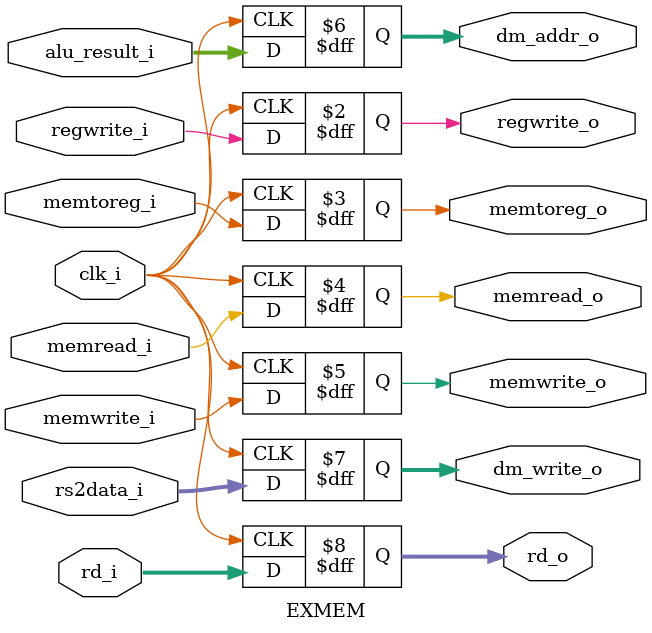
<source format=v>
module EXMEM(
    clk_i,
    regwrite_i,
    memtoreg_i,
    memread_i,
    memwrite_i,
    alu_result_i,
    rs2data_i,
    rd_i,
    regwrite_o,
    memtoreg_o,
    memread_o,
    memwrite_o,
    dm_addr_o,
    dm_write_o,
    rd_o
);


input clk_i;
input regwrite_i;
input memtoreg_i;
input memread_i;
input memwrite_i;
input [31:0] alu_result_i;
input [31:0] rs2data_i;
input [4:0] rd_i;

output regwrite_o;
output memtoreg_o;
output memread_o;
output memwrite_o;
output [31:0] dm_addr_o;
output [31:0] dm_write_o;
output [4:0] rd_o;

reg regwrite_o;
reg memtoreg_o;
reg memread_o;
reg memwrite_o;
reg [31:0] dm_addr_o;
reg [31:0] dm_write_o;
reg [4:0] rd_o;

always@(posedge clk_i) begin
    regwrite_o <= regwrite_i;
    memtoreg_o <= memtoreg_i;
    memread_o <= memread_i;
    memwrite_o <= memwrite_i;
    dm_addr_o <= alu_result_i;
    dm_write_o <= rs2data_i;
    rd_o <= rd_i;
end



endmodule
</source>
